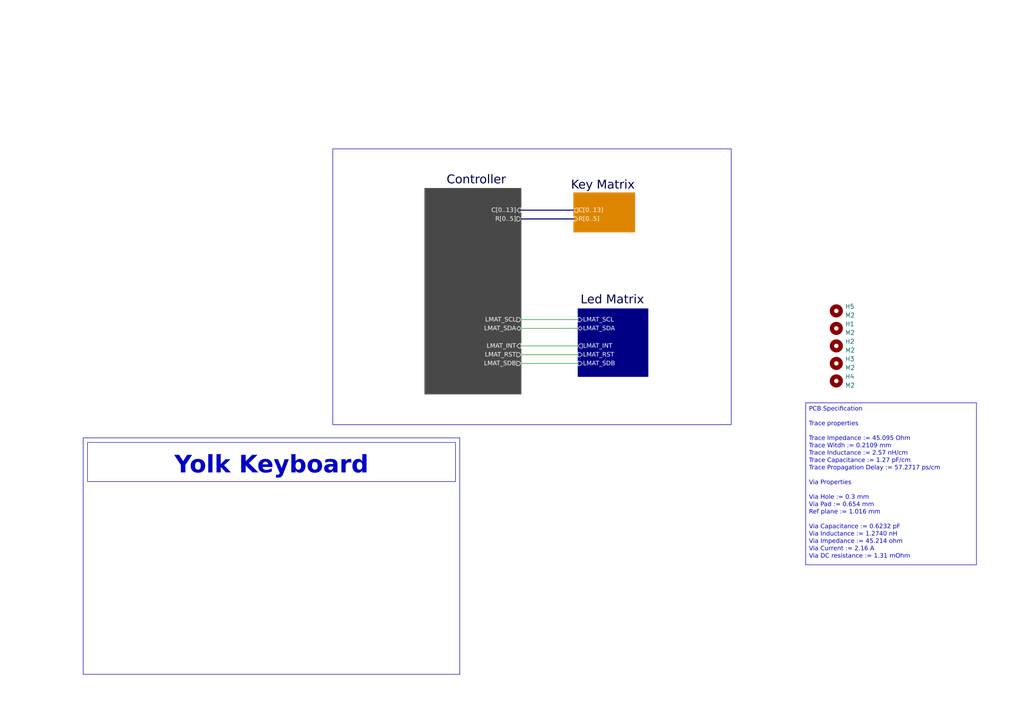
<source format=kicad_sch>
(kicad_sch
	(version 20231120)
	(generator "eeschema")
	(generator_version "8.0")
	(uuid "7ad4f943-fb8c-4a77-9127-41f961f43e49")
	(paper "A4")
	(title_block
		(title "Yolk Keyboard [Block Diagram]")
		(date "2024-10-13")
		(rev "1")
		(company "Yolk Workshop")
	)
	(lib_symbols
		(symbol "Mechanical:MountingHole"
			(pin_names
				(offset 1.016)
			)
			(exclude_from_sim yes)
			(in_bom no)
			(on_board yes)
			(property "Reference" "H"
				(at 0 5.08 0)
				(effects
					(font
						(size 1.27 1.27)
					)
				)
			)
			(property "Value" "MountingHole"
				(at 0 3.175 0)
				(effects
					(font
						(size 1.27 1.27)
					)
				)
			)
			(property "Footprint" ""
				(at 0 0 0)
				(effects
					(font
						(size 1.27 1.27)
					)
					(hide yes)
				)
			)
			(property "Datasheet" "~"
				(at 0 0 0)
				(effects
					(font
						(size 1.27 1.27)
					)
					(hide yes)
				)
			)
			(property "Description" "Mounting Hole without connection"
				(at 0 0 0)
				(effects
					(font
						(size 1.27 1.27)
					)
					(hide yes)
				)
			)
			(property "ki_keywords" "mounting hole"
				(at 0 0 0)
				(effects
					(font
						(size 1.27 1.27)
					)
					(hide yes)
				)
			)
			(property "ki_fp_filters" "MountingHole*"
				(at 0 0 0)
				(effects
					(font
						(size 1.27 1.27)
					)
					(hide yes)
				)
			)
			(symbol "MountingHole_0_1"
				(circle
					(center 0 0)
					(radius 1.27)
					(stroke
						(width 1.27)
						(type default)
					)
					(fill
						(type none)
					)
				)
			)
		)
	)
	(bus
		(pts
			(xy 151.13 60.96) (xy 166.37 60.96)
		)
		(stroke
			(width 0)
			(type default)
		)
		(uuid "07077d80-7995-4767-a999-e5ada7390db4")
	)
	(wire
		(pts
			(xy 151.13 102.87) (xy 167.64 102.87)
		)
		(stroke
			(width 0)
			(type default)
		)
		(uuid "0eab3582-7331-4137-93fc-d24002f32e5c")
	)
	(wire
		(pts
			(xy 151.13 105.41) (xy 167.64 105.41)
		)
		(stroke
			(width 0)
			(type default)
		)
		(uuid "2931da90-20d0-4ad3-b6a9-d0f58c0406b6")
	)
	(wire
		(pts
			(xy 151.13 100.33) (xy 167.64 100.33)
		)
		(stroke
			(width 0)
			(type default)
		)
		(uuid "573db8e0-8137-4c54-aa66-574cc4f88a6f")
	)
	(bus
		(pts
			(xy 151.13 63.5) (xy 166.37 63.5)
		)
		(stroke
			(width 0)
			(type default)
		)
		(uuid "8880e8e1-6655-42b0-8fc2-e7894c7b87f5")
	)
	(wire
		(pts
			(xy 151.13 92.71) (xy 167.64 92.71)
		)
		(stroke
			(width 0)
			(type default)
		)
		(uuid "a806620e-319f-4571-8b61-d4c420897ac3")
	)
	(wire
		(pts
			(xy 151.13 95.25) (xy 167.64 95.25)
		)
		(stroke
			(width 0)
			(type default)
		)
		(uuid "e0d2c353-3d16-4c9a-9f67-242585477ddb")
	)
	(rectangle
		(start 96.52 43.18)
		(end 212.09 123.19)
		(stroke
			(width 0)
			(type default)
		)
		(fill
			(type none)
		)
		(uuid c19febed-2db1-4b91-9fee-a8ea45076c9f)
	)
	(rectangle
		(start 24.13 127)
		(end 133.35 195.58)
		(stroke
			(width 0)
			(type default)
		)
		(fill
			(type none)
		)
		(uuid e41c141e-8f47-4f41-a39b-ae2f3863ecb8)
	)
	(text_box "PCB Specification\n\nTrace properties\n\nTrace Impedance := 45.095 Ohm\nTrace Witdh := 0.2109 mm\nTrace Inductance := 2.57 nH/cm\nTrace Capacitance := 1.27 pF/cm\nTrace Propagation Delay := 57.2717 ps/cm\n\nVia Properties \n\nVia Hole := 0.3 mm\nVia Pad := 0.654 mm\nRef plane := 1.016 mm\n\nVia Capacitance := 0.6232 pF\nVia Inductance := 1.2740 nH\nVia Impedance := 45.214 ohm\nVia Current := 2.16 A\nVia DC resistance := 1.31 mOhm\n"
		(exclude_from_sim no)
		(at 233.68 116.84 0)
		(size 49.53 46.99)
		(stroke
			(width 0)
			(type default)
		)
		(fill
			(type none)
		)
		(effects
			(font
				(face "Tahoma")
				(size 1.27 1.27)
			)
			(justify left top)
		)
		(uuid "d82a00a3-df0c-4981-8de8-fc2616de6adb")
	)
	(text_box "Yolk Keyboard\n"
		(exclude_from_sim no)
		(at 25.4 128.27 0)
		(size 106.68 11.43)
		(stroke
			(width 0)
			(type default)
		)
		(fill
			(type color)
			(color 255 255 255 1)
		)
		(effects
			(font
				(face "Tahoma")
				(size 5 5)
				(thickness 0.6)
				(bold yes)
			)
			(justify top)
		)
		(uuid "dbb2b97f-5bb0-4ed7-b804-20ca00593828")
	)
	(symbol
		(lib_id "Mechanical:MountingHole")
		(at 242.57 100.33 0)
		(unit 1)
		(exclude_from_sim yes)
		(in_bom no)
		(on_board yes)
		(dnp no)
		(fields_autoplaced yes)
		(uuid "1ba269c1-6116-4552-ab06-b2fdc6aa243f")
		(property "Reference" "H2"
			(at 245.11 99.0599 0)
			(effects
				(font
					(size 1.27 1.27)
				)
				(justify left)
			)
		)
		(property "Value" "M2"
			(at 245.11 101.5999 0)
			(effects
				(font
					(size 1.27 1.27)
				)
				(justify left)
			)
		)
		(property "Footprint" "MountingHole:MountingHole_2.2mm_M2"
			(at 242.57 100.33 0)
			(effects
				(font
					(size 1.27 1.27)
				)
				(hide yes)
			)
		)
		(property "Datasheet" "~"
			(at 242.57 100.33 0)
			(effects
				(font
					(size 1.27 1.27)
				)
				(hide yes)
			)
		)
		(property "Description" "Mounting Hole without connection"
			(at 242.57 100.33 0)
			(effects
				(font
					(size 1.27 1.27)
				)
				(hide yes)
			)
		)
		(instances
			(project "pico_stroke"
				(path "/7ad4f943-fb8c-4a77-9127-41f961f43e49"
					(reference "H2")
					(unit 1)
				)
			)
		)
	)
	(symbol
		(lib_id "Mechanical:MountingHole")
		(at 242.57 105.41 0)
		(unit 1)
		(exclude_from_sim yes)
		(in_bom no)
		(on_board yes)
		(dnp no)
		(fields_autoplaced yes)
		(uuid "1c91476d-223e-4e32-97d2-c39cb1a5fbcb")
		(property "Reference" "H3"
			(at 245.11 104.1399 0)
			(effects
				(font
					(size 1.27 1.27)
				)
				(justify left)
			)
		)
		(property "Value" "M2"
			(at 245.11 106.6799 0)
			(effects
				(font
					(size 1.27 1.27)
				)
				(justify left)
			)
		)
		(property "Footprint" "MountingHole:MountingHole_2.2mm_M2"
			(at 242.57 105.41 0)
			(effects
				(font
					(size 1.27 1.27)
				)
				(hide yes)
			)
		)
		(property "Datasheet" "~"
			(at 242.57 105.41 0)
			(effects
				(font
					(size 1.27 1.27)
				)
				(hide yes)
			)
		)
		(property "Description" "Mounting Hole without connection"
			(at 242.57 105.41 0)
			(effects
				(font
					(size 1.27 1.27)
				)
				(hide yes)
			)
		)
		(instances
			(project "pico_stroke"
				(path "/7ad4f943-fb8c-4a77-9127-41f961f43e49"
					(reference "H3")
					(unit 1)
				)
			)
		)
	)
	(symbol
		(lib_id "Mechanical:MountingHole")
		(at 242.57 95.25 0)
		(unit 1)
		(exclude_from_sim yes)
		(in_bom no)
		(on_board yes)
		(dnp no)
		(fields_autoplaced yes)
		(uuid "665d143f-82db-49f4-a416-d33ea9487e5a")
		(property "Reference" "H1"
			(at 245.11 93.9799 0)
			(effects
				(font
					(size 1.27 1.27)
				)
				(justify left)
			)
		)
		(property "Value" "M2"
			(at 245.11 96.5199 0)
			(effects
				(font
					(size 1.27 1.27)
				)
				(justify left)
			)
		)
		(property "Footprint" "MountingHole:MountingHole_2.2mm_M2"
			(at 242.57 95.25 0)
			(effects
				(font
					(size 1.27 1.27)
				)
				(hide yes)
			)
		)
		(property "Datasheet" "~"
			(at 242.57 95.25 0)
			(effects
				(font
					(size 1.27 1.27)
				)
				(hide yes)
			)
		)
		(property "Description" "Mounting Hole without connection"
			(at 242.57 95.25 0)
			(effects
				(font
					(size 1.27 1.27)
				)
				(hide yes)
			)
		)
		(instances
			(project ""
				(path "/7ad4f943-fb8c-4a77-9127-41f961f43e49"
					(reference "H1")
					(unit 1)
				)
			)
		)
	)
	(symbol
		(lib_id "Mechanical:MountingHole")
		(at 242.57 90.17 0)
		(unit 1)
		(exclude_from_sim yes)
		(in_bom no)
		(on_board yes)
		(dnp no)
		(fields_autoplaced yes)
		(uuid "a7fddba9-b0eb-4df2-8ac2-531a95c12c57")
		(property "Reference" "H5"
			(at 245.11 88.8999 0)
			(effects
				(font
					(size 1.27 1.27)
				)
				(justify left)
			)
		)
		(property "Value" "M2"
			(at 245.11 91.4399 0)
			(effects
				(font
					(size 1.27 1.27)
				)
				(justify left)
			)
		)
		(property "Footprint" "MountingHole:MountingHole_2.2mm_M2"
			(at 242.57 90.17 0)
			(effects
				(font
					(size 1.27 1.27)
				)
				(hide yes)
			)
		)
		(property "Datasheet" "~"
			(at 242.57 90.17 0)
			(effects
				(font
					(size 1.27 1.27)
				)
				(hide yes)
			)
		)
		(property "Description" "Mounting Hole without connection"
			(at 242.57 90.17 0)
			(effects
				(font
					(size 1.27 1.27)
				)
				(hide yes)
			)
		)
		(instances
			(project "pico_stroke"
				(path "/7ad4f943-fb8c-4a77-9127-41f961f43e49"
					(reference "H5")
					(unit 1)
				)
			)
		)
	)
	(symbol
		(lib_id "Mechanical:MountingHole")
		(at 242.57 110.49 0)
		(unit 1)
		(exclude_from_sim yes)
		(in_bom no)
		(on_board yes)
		(dnp no)
		(fields_autoplaced yes)
		(uuid "b9ed2882-fb15-40ab-8b3b-c41d6a9497b5")
		(property "Reference" "H4"
			(at 245.11 109.2199 0)
			(effects
				(font
					(size 1.27 1.27)
				)
				(justify left)
			)
		)
		(property "Value" "M2"
			(at 245.11 111.7599 0)
			(effects
				(font
					(size 1.27 1.27)
				)
				(justify left)
			)
		)
		(property "Footprint" "MountingHole:MountingHole_2.2mm_M2"
			(at 242.57 110.49 0)
			(effects
				(font
					(size 1.27 1.27)
				)
				(hide yes)
			)
		)
		(property "Datasheet" "~"
			(at 242.57 110.49 0)
			(effects
				(font
					(size 1.27 1.27)
				)
				(hide yes)
			)
		)
		(property "Description" "Mounting Hole without connection"
			(at 242.57 110.49 0)
			(effects
				(font
					(size 1.27 1.27)
				)
				(hide yes)
			)
		)
		(instances
			(project "pico_stroke"
				(path "/7ad4f943-fb8c-4a77-9127-41f961f43e49"
					(reference "H4")
					(unit 1)
				)
			)
		)
	)
	(sheet
		(at 167.64 89.535)
		(size 20.32 19.685)
		(stroke
			(width 0.1524)
			(type solid)
			(color 0 0 132 1)
		)
		(fill
			(color 0 0 132 1.0000)
		)
		(uuid "61a818ee-a4eb-4676-9ad3-9c02f8190950")
		(property "Sheetname" "Led Matrix"
			(at 168.402 88.392 0)
			(effects
				(font
					(face "Tahoma")
					(size 2.5 2.5)
					(color 0 0 72 1)
				)
				(justify left bottom)
			)
		)
		(property "Sheetfile" "L_MAT.kicad_sch"
			(at 167.64 109.8046 0)
			(effects
				(font
					(face "Tahoma")
					(size 1.27 1.27)
				)
				(justify left top)
				(hide yes)
			)
		)
		(pin "LMAT_SCL" input
			(at 167.64 92.71 180)
			(effects
				(font
					(face "Tahoma")
					(size 1.27 1.27)
					(color 255 255 255 1)
				)
				(justify left)
			)
			(uuid "dcccba15-3ee4-4e61-8eab-8627289e657d")
		)
		(pin "LMAT_SDB" input
			(at 167.64 105.41 180)
			(effects
				(font
					(face "Tahoma")
					(size 1.27 1.27)
					(color 255 255 255 1)
				)
				(justify left)
			)
			(uuid "789d6b94-acab-4028-8764-5e940f52ef0a")
		)
		(pin "LMAT_INT" output
			(at 167.64 100.33 180)
			(effects
				(font
					(face "Tahoma")
					(size 1.27 1.27)
					(color 255 255 255 1)
				)
				(justify left)
			)
			(uuid "3879048c-b985-431e-9676-6d8b127c17ff")
		)
		(pin "LMAT_SDA" bidirectional
			(at 167.64 95.25 180)
			(effects
				(font
					(face "Tahoma")
					(size 1.27 1.27)
					(color 255 255 255 1)
				)
				(justify left)
			)
			(uuid "704fc60d-b9fe-40f1-9661-889efb4f1f9e")
		)
		(pin "LMAT_RST" input
			(at 167.64 102.87 180)
			(effects
				(font
					(face "Tahoma")
					(size 1.27 1.27)
					(color 255 255 255 1)
				)
				(justify left)
			)
			(uuid "eb083018-a72c-4b67-8d97-48e92f0bca34")
		)
		(instances
			(project "pico_stroke"
				(path "/7ad4f943-fb8c-4a77-9127-41f961f43e49"
					(page "6")
				)
			)
		)
	)
	(sheet
		(at 166.37 55.88)
		(size 17.78 11.43)
		(stroke
			(width 0.1524)
			(type solid)
			(color 221 133 0 1)
		)
		(fill
			(color 221 133 0 1.0000)
		)
		(uuid "dea1bc24-9a4a-4bec-911b-a1b4c66f5fa2")
		(property "Sheetname" "Key Matrix"
			(at 165.608 55.118 0)
			(effects
				(font
					(face "Tahoma")
					(size 2.5 2.5)
					(color 0 0 72 1)
				)
				(justify left bottom)
			)
		)
		(property "Sheetfile" "Key Matrix.kicad_sch"
			(at 166.37 67.8946 0)
			(effects
				(font
					(face "Tahoma")
					(size 1.27 1.27)
				)
				(justify left top)
				(hide yes)
			)
		)
		(pin "R[0..5]" input
			(at 166.37 63.5 180)
			(effects
				(font
					(face "Tahoma")
					(size 1.27 1.27)
					(color 255 255 255 1)
				)
				(justify left)
			)
			(uuid "8b021c03-81b5-436c-8b30-0fe275b78ac1")
		)
		(pin "C[0..13]" output
			(at 166.37 60.96 180)
			(effects
				(font
					(face "Tahoma")
					(size 1.27 1.27)
					(color 255 255 255 1)
				)
				(justify left)
			)
			(uuid "5b8f20fc-8fcc-4714-a744-5390e8216316")
		)
		(instances
			(project "pico_stroke"
				(path "/7ad4f943-fb8c-4a77-9127-41f961f43e49"
					(page "5")
				)
			)
		)
	)
	(sheet
		(at 123.19 54.61)
		(size 27.94 59.69)
		(stroke
			(width 0.1524)
			(type solid)
			(color 72 72 72 1)
		)
		(fill
			(color 72 72 72 1.0000)
		)
		(uuid "ff36f162-d80c-427e-bce9-c2532a767463")
		(property "Sheetname" "Controller"
			(at 129.54 53.594 0)
			(effects
				(font
					(face "Tahoma")
					(size 2.5 2.5)
					(color 0 0 72 1)
				)
				(justify left bottom)
			)
		)
		(property "Sheetfile" "Controller.kicad_sch"
			(at 123.19 114.8846 0)
			(effects
				(font
					(face "Tahoma")
					(size 1.27 1.27)
				)
				(justify left top)
				(hide yes)
			)
		)
		(pin "LMAT_SDA" bidirectional
			(at 151.13 95.25 0)
			(effects
				(font
					(face "Tahoma")
					(size 1.27 1.27)
					(color 255 255 255 1)
				)
				(justify right)
			)
			(uuid "6f42c625-9ed3-4f0f-9b13-bc9856b22159")
		)
		(pin "LMAT_RST" output
			(at 151.13 102.87 0)
			(effects
				(font
					(face "Tahoma")
					(size 1.27 1.27)
					(color 255 255 255 1)
				)
				(justify right)
			)
			(uuid "dbcf406b-f6ca-4aa4-a1c0-0a7032d1507e")
		)
		(pin "LMAT_INT" input
			(at 151.13 100.33 0)
			(effects
				(font
					(face "Tahoma")
					(size 1.27 1.27)
					(color 255 255 255 1)
				)
				(justify right)
			)
			(uuid "4b6b76fb-597b-4535-a450-67bd0b5db17e")
		)
		(pin "LMAT_SCL" output
			(at 151.13 92.71 0)
			(effects
				(font
					(face "Tahoma")
					(size 1.27 1.27)
					(color 255 255 255 1)
				)
				(justify right)
			)
			(uuid "90a61c02-5c93-4ca0-b5d7-a00d22bc0bb6")
		)
		(pin "LMAT_SDB" output
			(at 151.13 105.41 0)
			(effects
				(font
					(face "Tahoma")
					(size 1.27 1.27)
					(color 255 255 255 1)
				)
				(justify right)
			)
			(uuid "a3677815-5211-4212-b42e-cfb10cf0bc20")
		)
		(pin "C[0..13]" input
			(at 151.13 60.96 0)
			(effects
				(font
					(face "Tahoma")
					(size 1.27 1.27)
					(color 255 255 255 1)
				)
				(justify right)
			)
			(uuid "ee426b6f-409a-4fe8-86fc-916864b82efa")
		)
		(pin "R[0..5]" output
			(at 151.13 63.5 0)
			(effects
				(font
					(face "Tahoma")
					(size 1.27 1.27)
					(color 255 255 255 1)
				)
				(justify right)
			)
			(uuid "b51765ef-ca8e-4132-9854-9010e8f17648")
		)
		(instances
			(project "pico_stroke"
				(path "/7ad4f943-fb8c-4a77-9127-41f961f43e49"
					(page "2")
				)
			)
		)
	)
	(sheet_instances
		(path "/"
			(page "1")
		)
	)
)

</source>
